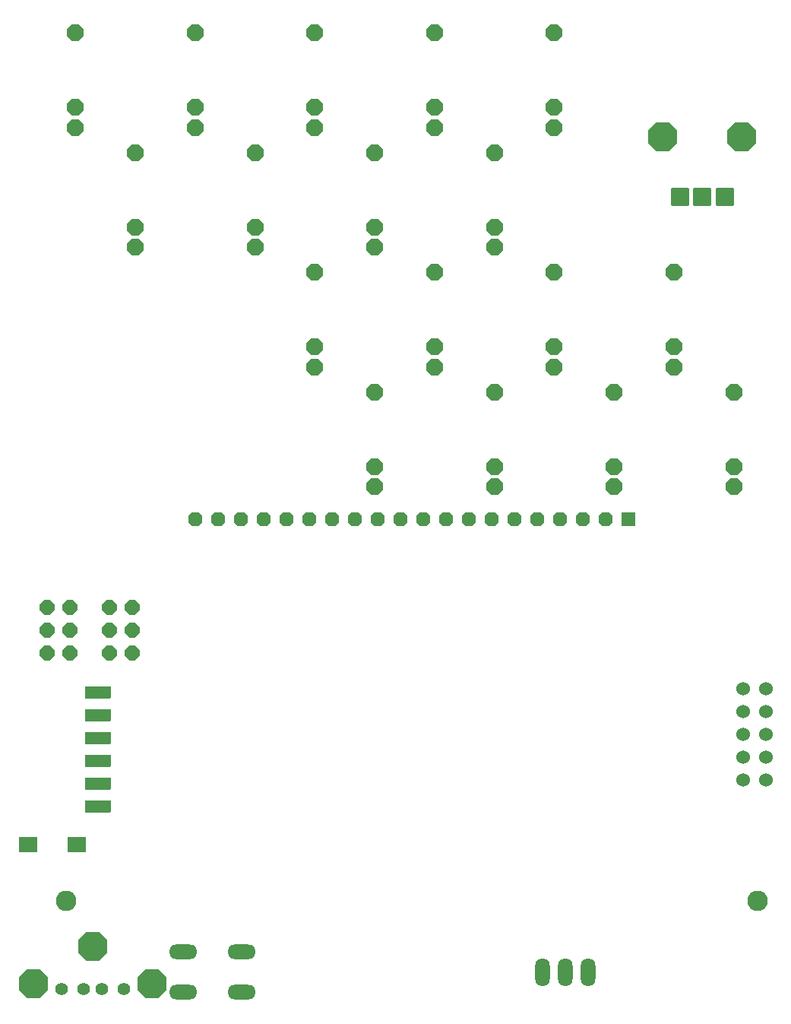
<source format=gbr>
%TF.GenerationSoftware,KiCad,Pcbnew,6.0.11*%
%TF.CreationDate,2023-03-20T20:23:43+01:00*%
%TF.ProjectId,teletype-180824-no-slots,74656c65-7479-4706-952d-313830383234,rev?*%
%TF.SameCoordinates,Original*%
%TF.FileFunction,Soldermask,Bot*%
%TF.FilePolarity,Negative*%
%FSLAX46Y46*%
G04 Gerber Fmt 4.6, Leading zero omitted, Abs format (unit mm)*
G04 Created by KiCad (PCBNEW 6.0.11) date 2023-03-20 20:23:43*
%MOMM*%
%LPD*%
G01*
G04 APERTURE LIST*
G04 Aperture macros list*
%AMRoundRect*
0 Rectangle with rounded corners*
0 $1 Rounding radius*
0 $2 $3 $4 $5 $6 $7 $8 $9 X,Y pos of 4 corners*
0 Add a 4 corners polygon primitive as box body*
4,1,4,$2,$3,$4,$5,$6,$7,$8,$9,$2,$3,0*
0 Add four circle primitives for the rounded corners*
1,1,$1+$1,$2,$3*
1,1,$1+$1,$4,$5*
1,1,$1+$1,$6,$7*
1,1,$1+$1,$8,$9*
0 Add four rect primitives between the rounded corners*
20,1,$1+$1,$2,$3,$4,$5,0*
20,1,$1+$1,$4,$5,$6,$7,0*
20,1,$1+$1,$6,$7,$8,$9,0*
20,1,$1+$1,$8,$9,$2,$3,0*%
%AMFreePoly0*
4,1,17,0.351552,0.797921,0.797921,0.351552,0.812800,0.315631,0.812800,-0.315631,0.797921,-0.351552,0.351552,-0.797921,0.315631,-0.812800,-0.315631,-0.812800,-0.351552,-0.797921,-0.797921,-0.351552,-0.812800,-0.315631,-0.812800,0.315631,-0.797921,0.351552,-0.351552,0.797921,-0.315631,0.812800,0.315631,0.812800,0.351552,0.797921,0.351552,0.797921,$1*%
%AMFreePoly1*
4,1,17,0.693485,1.623421,1.623421,0.693485,1.638300,0.657564,1.638300,-0.657564,1.623421,-0.693485,0.693485,-1.623421,0.657564,-1.638300,-0.657564,-1.638300,-0.693485,-1.623421,-1.623421,-0.693485,-1.638300,-0.657564,-1.638300,0.657564,-1.623421,0.693485,-0.693485,1.623421,-0.657564,1.638300,0.657564,1.638300,0.693485,1.623421,0.693485,1.623421,$1*%
%AMFreePoly2*
4,1,17,0.346581,0.785921,0.785921,0.346581,0.800800,0.310660,0.800800,-0.310660,0.785921,-0.346581,0.346581,-0.785921,0.310660,-0.800800,-0.310660,-0.800800,-0.346581,-0.785921,-0.785921,-0.346581,-0.800800,-0.310660,-0.800800,0.310660,-0.785921,0.346581,-0.346581,0.785921,-0.310660,0.800800,0.310660,0.800800,0.346581,0.785921,0.346581,0.785921,$1*%
%AMFreePoly3*
4,1,17,0.404157,0.924921,0.924921,0.404157,0.939800,0.368236,0.939800,-0.368236,0.924921,-0.404157,0.404157,-0.924921,0.368236,-0.939800,-0.368236,-0.939800,-0.404157,-0.924921,-0.924921,-0.404157,-0.939800,-0.368236,-0.939800,0.368236,-0.924921,0.404157,-0.404157,0.924921,-0.368236,0.939800,0.368236,0.939800,0.404157,0.924921,0.404157,0.924921,$1*%
G04 Aperture macros list end*
%ADD10RoundRect,0.050800X1.000000X0.800000X-1.000000X0.800000X-1.000000X-0.800000X1.000000X-0.800000X0*%
%ADD11RoundRect,0.050800X1.397000X-0.635000X1.397000X0.635000X-1.397000X0.635000X-1.397000X-0.635000X0*%
%ADD12FreePoly0,90.000000*%
%ADD13FreePoly1,90.000000*%
%ADD14RoundRect,0.050800X0.939800X-0.939800X0.939800X0.939800X-0.939800X0.939800X-0.939800X-0.939800X0*%
%ADD15FreePoly1,0.000000*%
%ADD16C,1.401600*%
%ADD17O,3.149600X1.625600*%
%ADD18C,2.286000*%
%ADD19FreePoly2,180.000000*%
%ADD20RoundRect,0.050800X0.750000X0.750000X-0.750000X0.750000X-0.750000X-0.750000X0.750000X-0.750000X0*%
%ADD21C,1.524000*%
%ADD22O,1.625600X3.149600*%
%ADD23FreePoly3,0.000000*%
G04 APERTURE END LIST*
D10*
%TO.C,SW40*%
X111171968Y-142502891D03*
X105771968Y-142502891D03*
%TD*%
D11*
%TO.C,J40*%
X113576100Y-138245850D03*
X113576100Y-135705850D03*
X113576100Y-133165850D03*
X113576100Y-130625850D03*
X113576100Y-128085850D03*
X113576100Y-125545850D03*
%TD*%
D12*
%TO.C,JP2*%
X110401100Y-116020850D03*
X107861100Y-116020850D03*
X110401100Y-118560850D03*
X107861100Y-118560850D03*
X110401100Y-121100850D03*
X107861100Y-121100850D03*
%TD*%
D13*
%TO.C,P1*%
X176486100Y-63633350D03*
X185286100Y-63633350D03*
D14*
X178386100Y-70333350D03*
X180886100Y-70333350D03*
X183386100Y-70333350D03*
%TD*%
D15*
%TO.C,USB0*%
X112941100Y-153780850D03*
D13*
X119516100Y-157965850D03*
X106366100Y-157955850D03*
D16*
X116441100Y-158560850D03*
X113941100Y-158560850D03*
X111941100Y-158560850D03*
X109441100Y-158560850D03*
%TD*%
D17*
%TO.C,POP0*%
X129527300Y-158921450D03*
X123024900Y-158921450D03*
X129527300Y-154400250D03*
X123024900Y-154400250D03*
%TD*%
D18*
%TO.C,U$1*%
X110001100Y-148700850D03*
X187001100Y-148700850D03*
D19*
X124371100Y-106200850D03*
X126911100Y-106200850D03*
X129451100Y-106200850D03*
X131991100Y-106200850D03*
X134531100Y-106200850D03*
X137071100Y-106200850D03*
X139611100Y-106200850D03*
X142151100Y-106200850D03*
X144691100Y-106200850D03*
X147231100Y-106200850D03*
X149771100Y-106200850D03*
X152311100Y-106200850D03*
X154851100Y-106200850D03*
X157391100Y-106200850D03*
X159931100Y-106200850D03*
X162471100Y-106200850D03*
X165011100Y-106200850D03*
X167551100Y-106200850D03*
X170091100Y-106200850D03*
D20*
X172631100Y-106200850D03*
%TD*%
D21*
%TO.C,X1*%
X187948600Y-125103350D03*
X185408600Y-125103350D03*
X187948600Y-127643350D03*
X185408600Y-127643350D03*
X187948600Y-130183350D03*
X185408600Y-130183350D03*
X187948600Y-132723350D03*
X185408600Y-132723350D03*
X187948600Y-135263350D03*
X185408600Y-135263350D03*
%TD*%
D12*
%TO.C,JP1*%
X117386100Y-116020850D03*
X114846100Y-116020850D03*
X117386100Y-118560850D03*
X114846100Y-118560850D03*
X117386100Y-121100850D03*
X114846100Y-121100850D03*
%TD*%
D22*
%TO.C,IC2*%
X163106100Y-156660850D03*
X165646100Y-156660850D03*
X168186100Y-156660850D03*
%TD*%
D23*
%TO.C,J1*%
X111036100Y-60345850D03*
X111036100Y-52045850D03*
X111036100Y-62595850D03*
%TD*%
%TO.C,J2*%
X117703600Y-73680850D03*
X117703600Y-65380850D03*
X117703600Y-75930850D03*
%TD*%
%TO.C,J3*%
X124371100Y-60345850D03*
X124371100Y-52045850D03*
X124371100Y-62595850D03*
%TD*%
%TO.C,J4*%
X131038600Y-73680850D03*
X131038600Y-65380850D03*
X131038600Y-75930850D03*
%TD*%
%TO.C,J9*%
X137706100Y-87015850D03*
X137706100Y-78715850D03*
X137706100Y-89265850D03*
%TD*%
%TO.C,J10*%
X151041100Y-87015850D03*
X151041100Y-78715850D03*
X151041100Y-89265850D03*
%TD*%
%TO.C,J11*%
X164376100Y-87015850D03*
X164376100Y-78715850D03*
X164376100Y-89265850D03*
%TD*%
%TO.C,J12*%
X177711100Y-87015850D03*
X177711100Y-78715850D03*
X177711100Y-89265850D03*
%TD*%
%TO.C,J13*%
X144373600Y-100350850D03*
X144373600Y-92050850D03*
X144373600Y-102600850D03*
%TD*%
%TO.C,J14*%
X157708600Y-100350850D03*
X157708600Y-92050850D03*
X157708600Y-102600850D03*
%TD*%
%TO.C,J15*%
X171043600Y-100350850D03*
X171043600Y-92050850D03*
X171043600Y-102600850D03*
%TD*%
%TO.C,J16*%
X184378600Y-100350850D03*
X184378600Y-92050850D03*
X184378600Y-102600850D03*
%TD*%
%TO.C,J17*%
X164376100Y-60345850D03*
X164376100Y-52045850D03*
X164376100Y-62595850D03*
%TD*%
%TO.C,J5*%
X137706100Y-60345850D03*
X137706100Y-52045850D03*
X137706100Y-62595850D03*
%TD*%
%TO.C,J6*%
X144373600Y-73680850D03*
X144373600Y-65380850D03*
X144373600Y-75930850D03*
%TD*%
%TO.C,J7*%
X151041100Y-60345850D03*
X151041100Y-52045850D03*
X151041100Y-62595850D03*
%TD*%
%TO.C,J8*%
X157708600Y-73680850D03*
X157708600Y-65380850D03*
X157708600Y-75930850D03*
%TD*%
M02*

</source>
